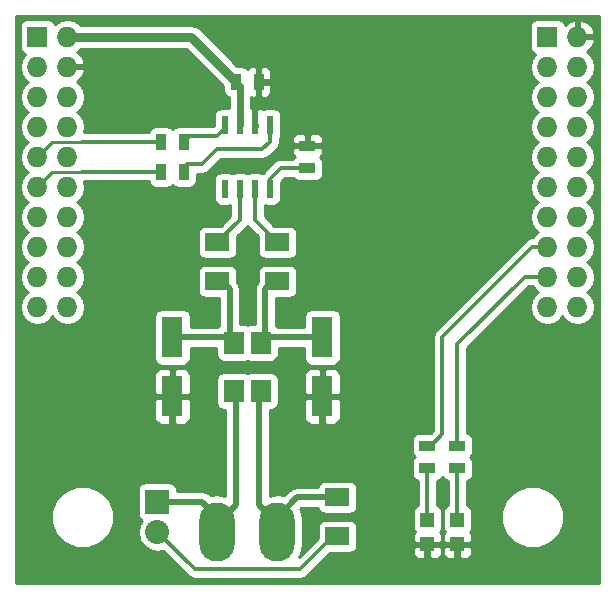
<source format=gbr>
G04 #@! TF.FileFunction,Copper,L1,Top,Signal*
%FSLAX46Y46*%
G04 Gerber Fmt 4.6, Leading zero omitted, Abs format (unit mm)*
G04 Created by KiCad (PCBNEW (2014-12-04 BZR 5312)-product) date 9.1.2015 14:21:54*
%MOMM*%
G01*
G04 APERTURE LIST*
%ADD10C,0.100000*%
%ADD11R,1.198880X1.198880*%
%ADD12R,1.800860X3.500120*%
%ADD13R,0.600000X1.550000*%
%ADD14R,2.032000X2.032000*%
%ADD15O,2.032000X2.032000*%
%ADD16R,1.727200X1.727200*%
%ADD17O,1.727200X1.727200*%
%ADD18R,1.700000X1.900000*%
%ADD19R,1.397000X0.889000*%
%ADD20R,0.889000X1.397000*%
%ADD21R,2.032000X1.524000*%
%ADD22O,2.999740X5.001260*%
%ADD23C,0.889000*%
%ADD24C,0.762000*%
%ADD25C,0.600000*%
%ADD26C,0.508000*%
%ADD27C,0.350000*%
%ADD28C,0.254000*%
G04 APERTURE END LIST*
D10*
D11*
X90170000Y-84040980D03*
X90170000Y-86139020D03*
D12*
X68580000Y-73619360D03*
X68580000Y-68620640D03*
X81280000Y-73619360D03*
X81280000Y-68620640D03*
D13*
X76835000Y-50640000D03*
X75565000Y-50640000D03*
X74295000Y-50640000D03*
X73025000Y-50640000D03*
X73025000Y-56040000D03*
X74295000Y-56040000D03*
X75565000Y-56040000D03*
X76835000Y-56040000D03*
D14*
X67310000Y-82550000D03*
D15*
X67310000Y-85090000D03*
D16*
X57150000Y-43180000D03*
D17*
X59690000Y-43180000D03*
X57150000Y-45720000D03*
X59690000Y-45720000D03*
X57150000Y-48260000D03*
X59690000Y-48260000D03*
X57150000Y-50800000D03*
X59690000Y-50800000D03*
X57150000Y-53340000D03*
X59690000Y-53340000D03*
X57150000Y-55880000D03*
X59690000Y-55880000D03*
X57150000Y-58420000D03*
X59690000Y-58420000D03*
X57150000Y-60960000D03*
X59690000Y-60960000D03*
X57150000Y-63500000D03*
X59690000Y-63500000D03*
X57150000Y-66040000D03*
X59690000Y-66040000D03*
D16*
X100330000Y-43180000D03*
D17*
X102870000Y-43180000D03*
X100330000Y-45720000D03*
X102870000Y-45720000D03*
X100330000Y-48260000D03*
X102870000Y-48260000D03*
X100330000Y-50800000D03*
X102870000Y-50800000D03*
X100330000Y-53340000D03*
X102870000Y-53340000D03*
X100330000Y-55880000D03*
X102870000Y-55880000D03*
X100330000Y-58420000D03*
X102870000Y-58420000D03*
X100330000Y-60960000D03*
X102870000Y-60960000D03*
X100330000Y-63500000D03*
X102870000Y-63500000D03*
X100330000Y-66040000D03*
X102870000Y-66040000D03*
D18*
X73780000Y-69070000D03*
X73780000Y-73170000D03*
X76080000Y-73170000D03*
X76080000Y-69070000D03*
D19*
X90170000Y-79692500D03*
X90170000Y-77787500D03*
D11*
X92710000Y-84040980D03*
X92710000Y-86139020D03*
D19*
X92710000Y-79692500D03*
X92710000Y-77787500D03*
D20*
X67627500Y-52070000D03*
X69532500Y-52070000D03*
X67627500Y-54610000D03*
X69532500Y-54610000D03*
D19*
X80010000Y-54292500D03*
X80010000Y-52387500D03*
D20*
X73977500Y-46990000D03*
X75882500Y-46990000D03*
D21*
X77470000Y-60579000D03*
X77470000Y-63881000D03*
X72390000Y-60579000D03*
X72390000Y-63881000D03*
X82550000Y-85471000D03*
X82550000Y-82169000D03*
D22*
X72390000Y-85090000D03*
X77470000Y-85090000D03*
D23*
X104140000Y-88900000D03*
X68580000Y-76835000D03*
X69850000Y-76835000D03*
X67310000Y-76835000D03*
X55880000Y-88900000D03*
X81280000Y-76835000D03*
X82550000Y-76835000D03*
X80010000Y-76835000D03*
X71120000Y-46990000D03*
X71120000Y-49530000D03*
X77470000Y-46355000D03*
X77470000Y-47625000D03*
D24*
X70167500Y-43180000D02*
X73977500Y-46990000D01*
X59690000Y-43180000D02*
X70167500Y-43180000D01*
D25*
X74295000Y-47307500D02*
X73977500Y-46990000D01*
X74295000Y-50640000D02*
X74295000Y-47307500D01*
X92710000Y-86139020D02*
X92710000Y-88900000D01*
X90170000Y-86139020D02*
X90170000Y-88900000D01*
X90170000Y-88900000D02*
X92710000Y-88900000D01*
X92710000Y-88900000D02*
X104140000Y-88900000D01*
X69850000Y-76835000D02*
X70485000Y-76835000D01*
X68580000Y-73619360D02*
X68580000Y-76835000D01*
X55880000Y-88900000D02*
X55880000Y-88265000D01*
X68580000Y-76835000D02*
X67310000Y-76835000D01*
X82550000Y-76835000D02*
X83185000Y-76835000D01*
X81280000Y-73619360D02*
X81280000Y-76835000D01*
X81280000Y-76835000D02*
X80010000Y-76835000D01*
X71120000Y-46990000D02*
X71120000Y-49530000D01*
X75882500Y-46990000D02*
X77470000Y-46990000D01*
X77470000Y-46990000D02*
X77470000Y-46355000D01*
X77470000Y-47625000D02*
X77470000Y-46990000D01*
D26*
X73430640Y-68620640D02*
X73930000Y-69120000D01*
X68580000Y-68620640D02*
X73430640Y-68620640D01*
X73430640Y-68620640D02*
X73930000Y-69120000D01*
X73430640Y-64540640D02*
X73430640Y-68620640D01*
X72771000Y-63881000D02*
X73430640Y-64540640D01*
X72390000Y-63881000D02*
X72771000Y-63881000D01*
X76429360Y-68620640D02*
X75930000Y-69120000D01*
X81280000Y-68620640D02*
X76429360Y-68620640D01*
X76429360Y-68620640D02*
X75930000Y-69120000D01*
X76429360Y-64540640D02*
X76429360Y-68620640D01*
X77089000Y-63881000D02*
X76429360Y-64540640D01*
X77470000Y-63881000D02*
X77089000Y-63881000D01*
D27*
X90170000Y-84040980D02*
X90170000Y-79692500D01*
X90170000Y-77787500D02*
X90487500Y-77787500D01*
X90487500Y-77787500D02*
X91440000Y-76835000D01*
X91440000Y-76835000D02*
X91440000Y-74295000D01*
X100330000Y-60960000D02*
X99060000Y-60960000D01*
X91440000Y-74295000D02*
X91440000Y-68580000D01*
X91440000Y-68580000D02*
X99060000Y-60960000D01*
X92710000Y-84040980D02*
X92710000Y-79692500D01*
X92710000Y-77787500D02*
X92710000Y-74295000D01*
X92710000Y-69215000D02*
X98425000Y-63500000D01*
X98425000Y-63500000D02*
X100330000Y-63500000D01*
X92710000Y-74295000D02*
X92710000Y-69215000D01*
X71120000Y-53975000D02*
X72390000Y-52705000D01*
X72390000Y-52705000D02*
X76200000Y-52705000D01*
X76200000Y-52705000D02*
X76835000Y-52070000D01*
X76835000Y-52070000D02*
X76835000Y-50640000D01*
X69850000Y-53975000D02*
X71120000Y-53975000D01*
X69532500Y-54610000D02*
X69850000Y-53975000D01*
X72390000Y-51562000D02*
X70040500Y-51562000D01*
X70040500Y-51562000D02*
X69532500Y-52070000D01*
X73025000Y-50927000D02*
X72390000Y-51562000D01*
X73025000Y-50640000D02*
X73025000Y-50927000D01*
X74295000Y-58674000D02*
X72390000Y-60579000D01*
X74295000Y-56040000D02*
X74295000Y-58674000D01*
X75565000Y-58674000D02*
X77470000Y-60579000D01*
X75565000Y-56040000D02*
X75565000Y-58674000D01*
X76835000Y-55245000D02*
X76835000Y-56040000D01*
X77787500Y-54292500D02*
X76835000Y-55245000D01*
X80010000Y-54292500D02*
X77787500Y-54292500D01*
D28*
X82550000Y-85471000D02*
X82169000Y-85471000D01*
D27*
X70485000Y-88265000D02*
X72390000Y-88265000D01*
X82169000Y-85471000D02*
X79375000Y-88265000D01*
X79375000Y-88265000D02*
X72390000Y-88265000D01*
X67310000Y-85090000D02*
X70485000Y-88265000D01*
D28*
X67310000Y-85090000D02*
X67310000Y-85090000D01*
X60960000Y-52070000D02*
X58420000Y-52070000D01*
X58420000Y-52070000D02*
X57150000Y-53340000D01*
D27*
X67627500Y-52070000D02*
X60960000Y-52070000D01*
D28*
X58420000Y-54610000D02*
X57150000Y-55880000D01*
X60960000Y-54610000D02*
X58420000Y-54610000D01*
D27*
X67627500Y-54610000D02*
X60960000Y-54610000D01*
D26*
X73930000Y-82838800D02*
X72948800Y-83820000D01*
X73930000Y-73120000D02*
X73930000Y-82838800D01*
X72948800Y-84378800D02*
X72948800Y-83820000D01*
X71120000Y-82550000D02*
X72948800Y-84378800D01*
X67310000Y-82550000D02*
X71120000Y-82550000D01*
X75930000Y-82838800D02*
X76911200Y-83820000D01*
X75930000Y-73120000D02*
X75930000Y-82838800D01*
X76911200Y-84378800D02*
X76911200Y-83820000D01*
X79121000Y-82169000D02*
X76911200Y-84378800D01*
X82550000Y-82169000D02*
X79121000Y-82169000D01*
D28*
G36*
X73360000Y-49224578D02*
X73325000Y-49217560D01*
X72725000Y-49217560D01*
X72482877Y-49264537D01*
X72270073Y-49404327D01*
X72127623Y-49615360D01*
X72077560Y-49865000D01*
X72077560Y-50728927D01*
X72054487Y-50752000D01*
X70116323Y-50752000D01*
X69977000Y-50724060D01*
X69088000Y-50724060D01*
X68845877Y-50771037D01*
X68633073Y-50910827D01*
X68580277Y-50989041D01*
X68532673Y-50916573D01*
X68321640Y-50774123D01*
X68072000Y-50724060D01*
X67183000Y-50724060D01*
X66940877Y-50771037D01*
X66728073Y-50910827D01*
X66585623Y-51121860D01*
X66557920Y-51260000D01*
X61102940Y-51260000D01*
X61188600Y-50829359D01*
X61188600Y-50770641D01*
X61074526Y-50197152D01*
X60749670Y-49710971D01*
X60478827Y-49530000D01*
X60749670Y-49349029D01*
X61074526Y-48862848D01*
X61188600Y-48289359D01*
X61188600Y-48230641D01*
X61074526Y-47657152D01*
X60749670Y-47170971D01*
X60478839Y-46990007D01*
X60896821Y-46608490D01*
X61144968Y-46079027D01*
X61024469Y-45847000D01*
X59817000Y-45847000D01*
X59817000Y-45867000D01*
X59563000Y-45867000D01*
X59563000Y-45847000D01*
X59543000Y-45847000D01*
X59543000Y-45593000D01*
X59563000Y-45593000D01*
X59563000Y-45573000D01*
X59817000Y-45573000D01*
X59817000Y-45593000D01*
X61024469Y-45593000D01*
X61144968Y-45360973D01*
X60896821Y-44831510D01*
X60478839Y-44449992D01*
X60749670Y-44269029D01*
X60798466Y-44196000D01*
X69746659Y-44196000D01*
X72885560Y-47334900D01*
X72885560Y-47688500D01*
X72932537Y-47930623D01*
X73072327Y-48143427D01*
X73283360Y-48285877D01*
X73360000Y-48301246D01*
X73360000Y-49224578D01*
X73360000Y-49224578D01*
G37*
X73360000Y-49224578D02*
X73325000Y-49217560D01*
X72725000Y-49217560D01*
X72482877Y-49264537D01*
X72270073Y-49404327D01*
X72127623Y-49615360D01*
X72077560Y-49865000D01*
X72077560Y-50728927D01*
X72054487Y-50752000D01*
X70116323Y-50752000D01*
X69977000Y-50724060D01*
X69088000Y-50724060D01*
X68845877Y-50771037D01*
X68633073Y-50910827D01*
X68580277Y-50989041D01*
X68532673Y-50916573D01*
X68321640Y-50774123D01*
X68072000Y-50724060D01*
X67183000Y-50724060D01*
X66940877Y-50771037D01*
X66728073Y-50910827D01*
X66585623Y-51121860D01*
X66557920Y-51260000D01*
X61102940Y-51260000D01*
X61188600Y-50829359D01*
X61188600Y-50770641D01*
X61074526Y-50197152D01*
X60749670Y-49710971D01*
X60478827Y-49530000D01*
X60749670Y-49349029D01*
X61074526Y-48862848D01*
X61188600Y-48289359D01*
X61188600Y-48230641D01*
X61074526Y-47657152D01*
X60749670Y-47170971D01*
X60478839Y-46990007D01*
X60896821Y-46608490D01*
X61144968Y-46079027D01*
X61024469Y-45847000D01*
X59817000Y-45847000D01*
X59817000Y-45867000D01*
X59563000Y-45867000D01*
X59563000Y-45847000D01*
X59543000Y-45847000D01*
X59543000Y-45593000D01*
X59563000Y-45593000D01*
X59563000Y-45573000D01*
X59817000Y-45573000D01*
X59817000Y-45593000D01*
X61024469Y-45593000D01*
X61144968Y-45360973D01*
X60896821Y-44831510D01*
X60478839Y-44449992D01*
X60749670Y-44269029D01*
X60798466Y-44196000D01*
X69746659Y-44196000D01*
X72885560Y-47334900D01*
X72885560Y-47688500D01*
X72932537Y-47930623D01*
X73072327Y-48143427D01*
X73283360Y-48285877D01*
X73360000Y-48301246D01*
X73360000Y-49224578D01*
G36*
X104675000Y-89435000D02*
X104368600Y-89435000D01*
X104368600Y-66069359D01*
X104368600Y-66010641D01*
X104254526Y-65437152D01*
X103929670Y-64950971D01*
X103658827Y-64770000D01*
X103929670Y-64589029D01*
X104254526Y-64102848D01*
X104368600Y-63529359D01*
X104368600Y-63470641D01*
X104254526Y-62897152D01*
X103929670Y-62410971D01*
X103658827Y-62230000D01*
X103929670Y-62049029D01*
X104254526Y-61562848D01*
X104368600Y-60989359D01*
X104368600Y-60930641D01*
X104254526Y-60357152D01*
X103929670Y-59870971D01*
X103658827Y-59690000D01*
X103929670Y-59509029D01*
X104254526Y-59022848D01*
X104368600Y-58449359D01*
X104368600Y-58390641D01*
X104254526Y-57817152D01*
X103929670Y-57330971D01*
X103658827Y-57150000D01*
X103929670Y-56969029D01*
X104254526Y-56482848D01*
X104368600Y-55909359D01*
X104368600Y-55850641D01*
X104254526Y-55277152D01*
X103929670Y-54790971D01*
X103658827Y-54610000D01*
X103929670Y-54429029D01*
X104254526Y-53942848D01*
X104368600Y-53369359D01*
X104368600Y-53310641D01*
X104254526Y-52737152D01*
X103929670Y-52250971D01*
X103658827Y-52070000D01*
X103929670Y-51889029D01*
X104254526Y-51402848D01*
X104368600Y-50829359D01*
X104368600Y-50770641D01*
X104254526Y-50197152D01*
X103929670Y-49710971D01*
X103658827Y-49530000D01*
X103929670Y-49349029D01*
X104254526Y-48862848D01*
X104368600Y-48289359D01*
X104368600Y-48230641D01*
X104254526Y-47657152D01*
X103929670Y-47170971D01*
X103658827Y-46990000D01*
X103929670Y-46809029D01*
X104254526Y-46322848D01*
X104368600Y-45749359D01*
X104368600Y-45690641D01*
X104254526Y-45117152D01*
X103929670Y-44630971D01*
X103658839Y-44450007D01*
X104076821Y-44068490D01*
X104324968Y-43539027D01*
X104324968Y-42820973D01*
X104076821Y-42291510D01*
X103644947Y-41897312D01*
X103229026Y-41725042D01*
X102997000Y-41846183D01*
X102997000Y-43053000D01*
X104204469Y-43053000D01*
X104324968Y-42820973D01*
X104324968Y-43539027D01*
X104204469Y-43307000D01*
X102997000Y-43307000D01*
X102997000Y-43327000D01*
X102743000Y-43327000D01*
X102743000Y-43307000D01*
X102723000Y-43307000D01*
X102723000Y-43053000D01*
X102743000Y-43053000D01*
X102743000Y-41846183D01*
X102510974Y-41725042D01*
X102095053Y-41897312D01*
X101810178Y-42157334D01*
X101794063Y-42074277D01*
X101654273Y-41861473D01*
X101443240Y-41719023D01*
X101193600Y-41668960D01*
X99466400Y-41668960D01*
X99224277Y-41715937D01*
X99011473Y-41855727D01*
X98869023Y-42066760D01*
X98818960Y-42316400D01*
X98818960Y-44043600D01*
X98865937Y-44285723D01*
X99005727Y-44498527D01*
X99216760Y-44640977D01*
X99258104Y-44649268D01*
X98945474Y-45117152D01*
X98831400Y-45690641D01*
X98831400Y-45749359D01*
X98945474Y-46322848D01*
X99270330Y-46809029D01*
X99541172Y-46990000D01*
X99270330Y-47170971D01*
X98945474Y-47657152D01*
X98831400Y-48230641D01*
X98831400Y-48289359D01*
X98945474Y-48862848D01*
X99270330Y-49349029D01*
X99541172Y-49530000D01*
X99270330Y-49710971D01*
X98945474Y-50197152D01*
X98831400Y-50770641D01*
X98831400Y-50829359D01*
X98945474Y-51402848D01*
X99270330Y-51889029D01*
X99541172Y-52070000D01*
X99270330Y-52250971D01*
X98945474Y-52737152D01*
X98831400Y-53310641D01*
X98831400Y-53369359D01*
X98945474Y-53942848D01*
X99270330Y-54429029D01*
X99541172Y-54610000D01*
X99270330Y-54790971D01*
X98945474Y-55277152D01*
X98831400Y-55850641D01*
X98831400Y-55909359D01*
X98945474Y-56482848D01*
X99270330Y-56969029D01*
X99541172Y-57150000D01*
X99270330Y-57330971D01*
X98945474Y-57817152D01*
X98831400Y-58390641D01*
X98831400Y-58449359D01*
X98945474Y-59022848D01*
X99270330Y-59509029D01*
X99541172Y-59690000D01*
X99270330Y-59870971D01*
X99083888Y-60150000D01*
X99060000Y-60150000D01*
X98750026Y-60211658D01*
X98618635Y-60299451D01*
X98487243Y-60387244D01*
X90867244Y-68007244D01*
X90691658Y-68270026D01*
X90630000Y-68580000D01*
X90630000Y-74295000D01*
X90630000Y-76499487D01*
X90433927Y-76695560D01*
X89471500Y-76695560D01*
X89229377Y-76742537D01*
X89016573Y-76882327D01*
X88874123Y-77093360D01*
X88824060Y-77343000D01*
X88824060Y-78232000D01*
X88871037Y-78474123D01*
X89010827Y-78686927D01*
X89089041Y-78739722D01*
X89016573Y-78787327D01*
X88874123Y-78998360D01*
X88824060Y-79248000D01*
X88824060Y-80137000D01*
X88871037Y-80379123D01*
X89010827Y-80591927D01*
X89221860Y-80734377D01*
X89360000Y-80762079D01*
X89360000Y-82834953D01*
X89328437Y-82841077D01*
X89115633Y-82980867D01*
X88973183Y-83191900D01*
X88923120Y-83441540D01*
X88923120Y-84640420D01*
X88970097Y-84882543D01*
X89109887Y-85095347D01*
X89113994Y-85098119D01*
X89032233Y-85179882D01*
X88935560Y-85413271D01*
X88935560Y-85853270D01*
X89094310Y-86012020D01*
X90043000Y-86012020D01*
X90043000Y-85992020D01*
X90297000Y-85992020D01*
X90297000Y-86012020D01*
X91245690Y-86012020D01*
X91404440Y-85853270D01*
X91404440Y-85413271D01*
X91307767Y-85179882D01*
X91226225Y-85098339D01*
X91366817Y-84890060D01*
X91416880Y-84640420D01*
X91416880Y-83441540D01*
X91369903Y-83199417D01*
X91230113Y-82986613D01*
X91019080Y-82844163D01*
X90980000Y-82836325D01*
X90980000Y-80762806D01*
X91110623Y-80737463D01*
X91323427Y-80597673D01*
X91440586Y-80424106D01*
X91550827Y-80591927D01*
X91761860Y-80734377D01*
X91900000Y-80762079D01*
X91900000Y-82834953D01*
X91868437Y-82841077D01*
X91655633Y-82980867D01*
X91513183Y-83191900D01*
X91463120Y-83441540D01*
X91463120Y-84640420D01*
X91510097Y-84882543D01*
X91649887Y-85095347D01*
X91653994Y-85098119D01*
X91572233Y-85179882D01*
X91475560Y-85413271D01*
X91475560Y-85853270D01*
X91634310Y-86012020D01*
X92583000Y-86012020D01*
X92583000Y-85992020D01*
X92837000Y-85992020D01*
X92837000Y-86012020D01*
X93785690Y-86012020D01*
X93944440Y-85853270D01*
X93944440Y-85413271D01*
X93847767Y-85179882D01*
X93766225Y-85098339D01*
X93906817Y-84890060D01*
X93956880Y-84640420D01*
X93956880Y-83441540D01*
X93909903Y-83199417D01*
X93770113Y-82986613D01*
X93559080Y-82844163D01*
X93520000Y-82836325D01*
X93520000Y-80762806D01*
X93650623Y-80737463D01*
X93863427Y-80597673D01*
X94005877Y-80386640D01*
X94055940Y-80137000D01*
X94055940Y-79248000D01*
X94008963Y-79005877D01*
X93869173Y-78793073D01*
X93790958Y-78740277D01*
X93863427Y-78692673D01*
X94005877Y-78481640D01*
X94055940Y-78232000D01*
X94055940Y-77343000D01*
X94008963Y-77100877D01*
X93869173Y-76888073D01*
X93658140Y-76745623D01*
X93520000Y-76717920D01*
X93520000Y-74295000D01*
X93520000Y-69550512D01*
X98760512Y-64310000D01*
X99083888Y-64310000D01*
X99270330Y-64589029D01*
X99541172Y-64770000D01*
X99270330Y-64950971D01*
X98945474Y-65437152D01*
X98831400Y-66010641D01*
X98831400Y-66069359D01*
X98945474Y-66642848D01*
X99270330Y-67129029D01*
X99756511Y-67453885D01*
X100330000Y-67567959D01*
X100903489Y-67453885D01*
X101389670Y-67129029D01*
X101600000Y-66814248D01*
X101810330Y-67129029D01*
X102296511Y-67453885D01*
X102870000Y-67567959D01*
X103443489Y-67453885D01*
X103929670Y-67129029D01*
X104254526Y-66642848D01*
X104368600Y-66069359D01*
X104368600Y-89435000D01*
X101695707Y-89435000D01*
X101695707Y-83298116D01*
X101295359Y-82329201D01*
X100554698Y-81587246D01*
X99586483Y-81185208D01*
X98538116Y-81184293D01*
X97569201Y-81584641D01*
X96827246Y-82325302D01*
X96425208Y-83293517D01*
X96424293Y-84341884D01*
X96824641Y-85310799D01*
X97565302Y-86052754D01*
X98533517Y-86454792D01*
X99581884Y-86455707D01*
X100550799Y-86055359D01*
X101292754Y-85314698D01*
X101694792Y-84346483D01*
X101695707Y-83298116D01*
X101695707Y-89435000D01*
X93944440Y-89435000D01*
X93944440Y-86864769D01*
X93944440Y-86424770D01*
X93785690Y-86266020D01*
X92837000Y-86266020D01*
X92837000Y-87214710D01*
X92995750Y-87373460D01*
X93183131Y-87373460D01*
X93435750Y-87373460D01*
X93669139Y-87276787D01*
X93847767Y-87098158D01*
X93944440Y-86864769D01*
X93944440Y-89435000D01*
X92583000Y-89435000D01*
X92583000Y-87214710D01*
X92583000Y-86266020D01*
X91634310Y-86266020D01*
X91475560Y-86424770D01*
X91475560Y-86864769D01*
X91572233Y-87098158D01*
X91750861Y-87276787D01*
X91984250Y-87373460D01*
X92236869Y-87373460D01*
X92424250Y-87373460D01*
X92583000Y-87214710D01*
X92583000Y-89435000D01*
X91404440Y-89435000D01*
X91404440Y-86864769D01*
X91404440Y-86424770D01*
X91245690Y-86266020D01*
X90297000Y-86266020D01*
X90297000Y-87214710D01*
X90455750Y-87373460D01*
X90643131Y-87373460D01*
X90895750Y-87373460D01*
X91129139Y-87276787D01*
X91307767Y-87098158D01*
X91404440Y-86864769D01*
X91404440Y-89435000D01*
X90043000Y-89435000D01*
X90043000Y-87214710D01*
X90043000Y-86266020D01*
X89094310Y-86266020D01*
X88935560Y-86424770D01*
X88935560Y-86864769D01*
X89032233Y-87098158D01*
X89210861Y-87276787D01*
X89444250Y-87373460D01*
X89696869Y-87373460D01*
X89884250Y-87373460D01*
X90043000Y-87214710D01*
X90043000Y-89435000D01*
X84213440Y-89435000D01*
X84213440Y-86233000D01*
X84213440Y-84709000D01*
X84166463Y-84466877D01*
X84026673Y-84254073D01*
X83815640Y-84111623D01*
X83566000Y-84061560D01*
X81534000Y-84061560D01*
X81291877Y-84108537D01*
X81079073Y-84248327D01*
X80936623Y-84459360D01*
X80886560Y-84709000D01*
X80886560Y-85607927D01*
X79275319Y-87219168D01*
X79442363Y-86969170D01*
X79604870Y-86152191D01*
X79604870Y-84027809D01*
X79442363Y-83210830D01*
X79399922Y-83147313D01*
X79489236Y-83058000D01*
X80911200Y-83058000D01*
X80933537Y-83173123D01*
X81073327Y-83385927D01*
X81284360Y-83528377D01*
X81534000Y-83578440D01*
X83566000Y-83578440D01*
X83808123Y-83531463D01*
X84020927Y-83391673D01*
X84163377Y-83180640D01*
X84213440Y-82931000D01*
X84213440Y-81407000D01*
X84166463Y-81164877D01*
X84026673Y-80952073D01*
X83815640Y-80809623D01*
X83566000Y-80759560D01*
X82827870Y-80759560D01*
X82827870Y-70370700D01*
X82827870Y-66870580D01*
X82780893Y-66628457D01*
X82641103Y-66415653D01*
X82430070Y-66273203D01*
X82180430Y-66223140D01*
X81355940Y-66223140D01*
X81355940Y-54737000D01*
X81355940Y-53848000D01*
X81308963Y-53605877D01*
X81169173Y-53393073D01*
X81095310Y-53343215D01*
X81246827Y-53191698D01*
X81343500Y-52958309D01*
X81343500Y-52673250D01*
X81343500Y-52101750D01*
X81343500Y-51816691D01*
X81246827Y-51583302D01*
X81068199Y-51404673D01*
X80834810Y-51308000D01*
X80582191Y-51308000D01*
X80295750Y-51308000D01*
X80137000Y-51466750D01*
X80137000Y-52260500D01*
X81184750Y-52260500D01*
X81343500Y-52101750D01*
X81343500Y-52673250D01*
X81184750Y-52514500D01*
X80137000Y-52514500D01*
X80137000Y-52534500D01*
X79883000Y-52534500D01*
X79883000Y-52514500D01*
X79883000Y-52260500D01*
X79883000Y-51466750D01*
X79724250Y-51308000D01*
X79437809Y-51308000D01*
X79185190Y-51308000D01*
X78951801Y-51404673D01*
X78773173Y-51583302D01*
X78676500Y-51816691D01*
X78676500Y-52101750D01*
X78835250Y-52260500D01*
X79883000Y-52260500D01*
X79883000Y-52514500D01*
X78835250Y-52514500D01*
X78676500Y-52673250D01*
X78676500Y-52958309D01*
X78773173Y-53191698D01*
X78924306Y-53342832D01*
X78856573Y-53387327D01*
X78792329Y-53482500D01*
X77787500Y-53482500D01*
X77782440Y-53483506D01*
X77782440Y-51415000D01*
X77782440Y-49865000D01*
X77735463Y-49622877D01*
X77595673Y-49410073D01*
X77384640Y-49267623D01*
X77135000Y-49217560D01*
X76962000Y-49217560D01*
X76962000Y-47814810D01*
X76962000Y-47562191D01*
X76962000Y-47275750D01*
X76962000Y-46704250D01*
X76962000Y-46417809D01*
X76962000Y-46165190D01*
X76865327Y-45931801D01*
X76686698Y-45753173D01*
X76453309Y-45656500D01*
X76168250Y-45656500D01*
X76009500Y-45815250D01*
X76009500Y-46863000D01*
X76803250Y-46863000D01*
X76962000Y-46704250D01*
X76962000Y-47275750D01*
X76803250Y-47117000D01*
X76009500Y-47117000D01*
X76009500Y-48164750D01*
X76168250Y-48323500D01*
X76453309Y-48323500D01*
X76686698Y-48226827D01*
X76865327Y-48048199D01*
X76962000Y-47814810D01*
X76962000Y-49217560D01*
X76535000Y-49217560D01*
X76292877Y-49264537D01*
X76208500Y-49319963D01*
X75991310Y-49230000D01*
X75850750Y-49230000D01*
X75692000Y-49388750D01*
X75692000Y-50513000D01*
X75712000Y-50513000D01*
X75712000Y-50767000D01*
X75692000Y-50767000D01*
X75692000Y-50787000D01*
X75438000Y-50787000D01*
X75438000Y-50767000D01*
X75418000Y-50767000D01*
X75418000Y-50513000D01*
X75438000Y-50513000D01*
X75438000Y-49388750D01*
X75279250Y-49230000D01*
X75230000Y-49230000D01*
X75230000Y-48289662D01*
X75311691Y-48323500D01*
X75596750Y-48323500D01*
X75755500Y-48164750D01*
X75755500Y-47117000D01*
X75735500Y-47117000D01*
X75735500Y-46863000D01*
X75755500Y-46863000D01*
X75755500Y-45815250D01*
X75596750Y-45656500D01*
X75311691Y-45656500D01*
X75078302Y-45753173D01*
X74927167Y-45904306D01*
X74882673Y-45836573D01*
X74671640Y-45694123D01*
X74422000Y-45644060D01*
X74068400Y-45644060D01*
X70885920Y-42461580D01*
X70556307Y-42241338D01*
X70491799Y-42228507D01*
X70167500Y-42164000D01*
X60798466Y-42164000D01*
X60749670Y-42090971D01*
X60263489Y-41766115D01*
X59690000Y-41652041D01*
X59116511Y-41766115D01*
X58630330Y-42090971D01*
X58620233Y-42106081D01*
X58614063Y-42074277D01*
X58474273Y-41861473D01*
X58263240Y-41719023D01*
X58013600Y-41668960D01*
X56286400Y-41668960D01*
X56044277Y-41715937D01*
X55831473Y-41855727D01*
X55689023Y-42066760D01*
X55638960Y-42316400D01*
X55638960Y-44043600D01*
X55685937Y-44285723D01*
X55825727Y-44498527D01*
X56036760Y-44640977D01*
X56078104Y-44649268D01*
X55765474Y-45117152D01*
X55651400Y-45690641D01*
X55651400Y-45749359D01*
X55765474Y-46322848D01*
X56090330Y-46809029D01*
X56361172Y-46990000D01*
X56090330Y-47170971D01*
X55765474Y-47657152D01*
X55651400Y-48230641D01*
X55651400Y-48289359D01*
X55765474Y-48862848D01*
X56090330Y-49349029D01*
X56361172Y-49530000D01*
X56090330Y-49710971D01*
X55765474Y-50197152D01*
X55651400Y-50770641D01*
X55651400Y-50829359D01*
X55765474Y-51402848D01*
X56090330Y-51889029D01*
X56361172Y-52070000D01*
X56090330Y-52250971D01*
X55765474Y-52737152D01*
X55651400Y-53310641D01*
X55651400Y-53369359D01*
X55765474Y-53942848D01*
X56090330Y-54429029D01*
X56361172Y-54610000D01*
X56090330Y-54790971D01*
X55765474Y-55277152D01*
X55651400Y-55850641D01*
X55651400Y-55909359D01*
X55765474Y-56482848D01*
X56090330Y-56969029D01*
X56361172Y-57150000D01*
X56090330Y-57330971D01*
X55765474Y-57817152D01*
X55651400Y-58390641D01*
X55651400Y-58449359D01*
X55765474Y-59022848D01*
X56090330Y-59509029D01*
X56361172Y-59690000D01*
X56090330Y-59870971D01*
X55765474Y-60357152D01*
X55651400Y-60930641D01*
X55651400Y-60989359D01*
X55765474Y-61562848D01*
X56090330Y-62049029D01*
X56361172Y-62230000D01*
X56090330Y-62410971D01*
X55765474Y-62897152D01*
X55651400Y-63470641D01*
X55651400Y-63529359D01*
X55765474Y-64102848D01*
X56090330Y-64589029D01*
X56361172Y-64770000D01*
X56090330Y-64950971D01*
X55765474Y-65437152D01*
X55651400Y-66010641D01*
X55651400Y-66069359D01*
X55765474Y-66642848D01*
X56090330Y-67129029D01*
X56576511Y-67453885D01*
X57150000Y-67567959D01*
X57723489Y-67453885D01*
X58209670Y-67129029D01*
X58420000Y-66814248D01*
X58630330Y-67129029D01*
X59116511Y-67453885D01*
X59690000Y-67567959D01*
X60263489Y-67453885D01*
X60749670Y-67129029D01*
X61074526Y-66642848D01*
X61188600Y-66069359D01*
X61188600Y-66010641D01*
X61074526Y-65437152D01*
X60749670Y-64950971D01*
X60478827Y-64770000D01*
X60749670Y-64589029D01*
X61074526Y-64102848D01*
X61188600Y-63529359D01*
X61188600Y-63470641D01*
X61074526Y-62897152D01*
X60749670Y-62410971D01*
X60478827Y-62230000D01*
X60749670Y-62049029D01*
X61074526Y-61562848D01*
X61188600Y-60989359D01*
X61188600Y-60930641D01*
X61074526Y-60357152D01*
X60749670Y-59870971D01*
X60478827Y-59690000D01*
X60749670Y-59509029D01*
X61074526Y-59022848D01*
X61188600Y-58449359D01*
X61188600Y-58390641D01*
X61074526Y-57817152D01*
X60749670Y-57330971D01*
X60478827Y-57150000D01*
X60749670Y-56969029D01*
X61074526Y-56482848D01*
X61188600Y-55909359D01*
X61188600Y-55850641D01*
X61102940Y-55420000D01*
X66557193Y-55420000D01*
X66582537Y-55550623D01*
X66722327Y-55763427D01*
X66933360Y-55905877D01*
X67183000Y-55955940D01*
X68072000Y-55955940D01*
X68314123Y-55908963D01*
X68526927Y-55769173D01*
X68579722Y-55690958D01*
X68627327Y-55763427D01*
X68838360Y-55905877D01*
X69088000Y-55955940D01*
X69977000Y-55955940D01*
X70219123Y-55908963D01*
X70431927Y-55769173D01*
X70574377Y-55558140D01*
X70624440Y-55308500D01*
X70624440Y-54785000D01*
X71120000Y-54785000D01*
X71120000Y-54784999D01*
X71429973Y-54723342D01*
X71429974Y-54723342D01*
X71692756Y-54547756D01*
X72725512Y-53515000D01*
X76200000Y-53515000D01*
X76200000Y-53514999D01*
X76509973Y-53453342D01*
X76509974Y-53453342D01*
X76772756Y-53277756D01*
X77407756Y-52642756D01*
X77407757Y-52642756D01*
X77583342Y-52379974D01*
X77583343Y-52379973D01*
X77645000Y-52070000D01*
X77645000Y-51794084D01*
X77732377Y-51664640D01*
X77782440Y-51415000D01*
X77782440Y-53483506D01*
X77477526Y-53544158D01*
X77346135Y-53631951D01*
X77214743Y-53719744D01*
X76262244Y-54672244D01*
X76247458Y-54694372D01*
X76200229Y-54725396D01*
X76114640Y-54667623D01*
X75865000Y-54617560D01*
X75265000Y-54617560D01*
X75022877Y-54664537D01*
X74930229Y-54725396D01*
X74844640Y-54667623D01*
X74595000Y-54617560D01*
X73995000Y-54617560D01*
X73752877Y-54664537D01*
X73660229Y-54725396D01*
X73574640Y-54667623D01*
X73325000Y-54617560D01*
X72725000Y-54617560D01*
X72482877Y-54664537D01*
X72270073Y-54804327D01*
X72127623Y-55015360D01*
X72077560Y-55265000D01*
X72077560Y-56815000D01*
X72124537Y-57057123D01*
X72264327Y-57269927D01*
X72475360Y-57412377D01*
X72725000Y-57462440D01*
X73325000Y-57462440D01*
X73485000Y-57431396D01*
X73485000Y-58338487D01*
X72653927Y-59169560D01*
X71374000Y-59169560D01*
X71131877Y-59216537D01*
X70919073Y-59356327D01*
X70776623Y-59567360D01*
X70726560Y-59817000D01*
X70726560Y-61341000D01*
X70773537Y-61583123D01*
X70913327Y-61795927D01*
X71124360Y-61938377D01*
X71374000Y-61988440D01*
X73406000Y-61988440D01*
X73648123Y-61941463D01*
X73860927Y-61801673D01*
X74003377Y-61590640D01*
X74053440Y-61341000D01*
X74053440Y-60061072D01*
X74867756Y-59246756D01*
X74867757Y-59246756D01*
X74930000Y-59153602D01*
X74992244Y-59246756D01*
X75806560Y-60061072D01*
X75806560Y-61341000D01*
X75853537Y-61583123D01*
X75993327Y-61795927D01*
X76204360Y-61938377D01*
X76454000Y-61988440D01*
X78486000Y-61988440D01*
X78728123Y-61941463D01*
X78940927Y-61801673D01*
X79083377Y-61590640D01*
X79133440Y-61341000D01*
X79133440Y-59817000D01*
X79086463Y-59574877D01*
X78946673Y-59362073D01*
X78735640Y-59219623D01*
X78486000Y-59169560D01*
X77206072Y-59169560D01*
X76375000Y-58338487D01*
X76375000Y-57430353D01*
X76535000Y-57462440D01*
X77135000Y-57462440D01*
X77377123Y-57415463D01*
X77589927Y-57275673D01*
X77732377Y-57064640D01*
X77782440Y-56815000D01*
X77782440Y-55443072D01*
X78123012Y-55102500D01*
X78792082Y-55102500D01*
X78850827Y-55191927D01*
X79061860Y-55334377D01*
X79311500Y-55384440D01*
X80708500Y-55384440D01*
X80950623Y-55337463D01*
X81163427Y-55197673D01*
X81305877Y-54986640D01*
X81355940Y-54737000D01*
X81355940Y-66223140D01*
X80379570Y-66223140D01*
X80137447Y-66270117D01*
X79924643Y-66409907D01*
X79782193Y-66620940D01*
X79732130Y-66870580D01*
X79732130Y-67731640D01*
X77434400Y-67731640D01*
X77390673Y-67665073D01*
X77318360Y-67616260D01*
X77318360Y-65290440D01*
X78486000Y-65290440D01*
X78728123Y-65243463D01*
X78940927Y-65103673D01*
X79083377Y-64892640D01*
X79133440Y-64643000D01*
X79133440Y-63119000D01*
X79086463Y-62876877D01*
X78946673Y-62664073D01*
X78735640Y-62521623D01*
X78486000Y-62471560D01*
X76454000Y-62471560D01*
X76211877Y-62518537D01*
X75999073Y-62658327D01*
X75856623Y-62869360D01*
X75806560Y-63119000D01*
X75806560Y-63906204D01*
X75800742Y-63912022D01*
X75608031Y-64200434D01*
X75540360Y-64540640D01*
X75540360Y-67472560D01*
X75230000Y-67472560D01*
X74987877Y-67519537D01*
X74930705Y-67557092D01*
X74879640Y-67522623D01*
X74630000Y-67472560D01*
X74319640Y-67472560D01*
X74319640Y-64540640D01*
X74251969Y-64200435D01*
X74251969Y-64200434D01*
X74059258Y-63912022D01*
X74053440Y-63906204D01*
X74053440Y-63119000D01*
X74006463Y-62876877D01*
X73866673Y-62664073D01*
X73655640Y-62521623D01*
X73406000Y-62471560D01*
X71374000Y-62471560D01*
X71131877Y-62518537D01*
X70919073Y-62658327D01*
X70776623Y-62869360D01*
X70726560Y-63119000D01*
X70726560Y-64643000D01*
X70773537Y-64885123D01*
X70913327Y-65097927D01*
X71124360Y-65240377D01*
X71374000Y-65290440D01*
X72541640Y-65290440D01*
X72541640Y-67615599D01*
X72475073Y-67659327D01*
X72426260Y-67731640D01*
X70127870Y-67731640D01*
X70127870Y-66870580D01*
X70080893Y-66628457D01*
X69941103Y-66415653D01*
X69730070Y-66273203D01*
X69480430Y-66223140D01*
X67679570Y-66223140D01*
X67437447Y-66270117D01*
X67224643Y-66409907D01*
X67082193Y-66620940D01*
X67032130Y-66870580D01*
X67032130Y-70370700D01*
X67079107Y-70612823D01*
X67218897Y-70825627D01*
X67429930Y-70968077D01*
X67679570Y-71018140D01*
X69480430Y-71018140D01*
X69722553Y-70971163D01*
X69935357Y-70831373D01*
X70077807Y-70620340D01*
X70127870Y-70370700D01*
X70127870Y-69509640D01*
X72282560Y-69509640D01*
X72282560Y-70020000D01*
X72329537Y-70262123D01*
X72469327Y-70474927D01*
X72680360Y-70617377D01*
X72930000Y-70667440D01*
X74630000Y-70667440D01*
X74872123Y-70620463D01*
X74929294Y-70582907D01*
X74980360Y-70617377D01*
X75230000Y-70667440D01*
X76930000Y-70667440D01*
X77172123Y-70620463D01*
X77384927Y-70480673D01*
X77527377Y-70269640D01*
X77577440Y-70020000D01*
X77577440Y-69509640D01*
X79732130Y-69509640D01*
X79732130Y-70370700D01*
X79779107Y-70612823D01*
X79918897Y-70825627D01*
X80129930Y-70968077D01*
X80379570Y-71018140D01*
X82180430Y-71018140D01*
X82422553Y-70971163D01*
X82635357Y-70831373D01*
X82777807Y-70620340D01*
X82827870Y-70370700D01*
X82827870Y-80759560D01*
X82815430Y-80759560D01*
X82815430Y-75495729D01*
X82815430Y-73905110D01*
X82815430Y-73333610D01*
X82815430Y-71742991D01*
X82718757Y-71509602D01*
X82540129Y-71330973D01*
X82306740Y-71234300D01*
X82054121Y-71234300D01*
X81565750Y-71234300D01*
X81407000Y-71393050D01*
X81407000Y-73492360D01*
X82656680Y-73492360D01*
X82815430Y-73333610D01*
X82815430Y-73905110D01*
X82656680Y-73746360D01*
X81407000Y-73746360D01*
X81407000Y-75845670D01*
X81565750Y-76004420D01*
X82054121Y-76004420D01*
X82306740Y-76004420D01*
X82540129Y-75907747D01*
X82718757Y-75729118D01*
X82815430Y-75495729D01*
X82815430Y-80759560D01*
X81534000Y-80759560D01*
X81291877Y-80806537D01*
X81153000Y-80897764D01*
X81153000Y-75845670D01*
X81153000Y-73746360D01*
X81153000Y-73492360D01*
X81153000Y-71393050D01*
X80994250Y-71234300D01*
X80505879Y-71234300D01*
X80253260Y-71234300D01*
X80019871Y-71330973D01*
X79841243Y-71509602D01*
X79744570Y-71742991D01*
X79744570Y-73333610D01*
X79903320Y-73492360D01*
X81153000Y-73492360D01*
X81153000Y-73746360D01*
X79903320Y-73746360D01*
X79744570Y-73905110D01*
X79744570Y-75495729D01*
X79841243Y-75729118D01*
X80019871Y-75907747D01*
X80253260Y-76004420D01*
X80505879Y-76004420D01*
X80994250Y-76004420D01*
X81153000Y-75845670D01*
X81153000Y-80897764D01*
X81079073Y-80946327D01*
X80936623Y-81157360D01*
X80912028Y-81280000D01*
X79121000Y-81280000D01*
X78780794Y-81347671D01*
X78492382Y-81540382D01*
X78028694Y-82004069D01*
X77470000Y-81892939D01*
X76819000Y-82022430D01*
X76819000Y-74767440D01*
X76930000Y-74767440D01*
X77172123Y-74720463D01*
X77384927Y-74580673D01*
X77527377Y-74369640D01*
X77577440Y-74120000D01*
X77577440Y-72220000D01*
X77530463Y-71977877D01*
X77390673Y-71765073D01*
X77179640Y-71622623D01*
X76930000Y-71572560D01*
X75230000Y-71572560D01*
X74987877Y-71619537D01*
X74930705Y-71657092D01*
X74879640Y-71622623D01*
X74630000Y-71572560D01*
X72930000Y-71572560D01*
X72687877Y-71619537D01*
X72475073Y-71759327D01*
X72332623Y-71970360D01*
X72282560Y-72220000D01*
X72282560Y-74120000D01*
X72329537Y-74362123D01*
X72469327Y-74574927D01*
X72680360Y-74717377D01*
X72930000Y-74767440D01*
X73041000Y-74767440D01*
X73041000Y-82022430D01*
X72390000Y-81892939D01*
X71831305Y-82004069D01*
X71748618Y-81921382D01*
X71460206Y-81728671D01*
X71120000Y-81661000D01*
X70115430Y-81661000D01*
X70115430Y-75495729D01*
X70115430Y-73905110D01*
X70115430Y-73333610D01*
X70115430Y-71742991D01*
X70018757Y-71509602D01*
X69840129Y-71330973D01*
X69606740Y-71234300D01*
X69354121Y-71234300D01*
X68865750Y-71234300D01*
X68707000Y-71393050D01*
X68707000Y-73492360D01*
X69956680Y-73492360D01*
X70115430Y-73333610D01*
X70115430Y-73905110D01*
X69956680Y-73746360D01*
X68707000Y-73746360D01*
X68707000Y-75845670D01*
X68865750Y-76004420D01*
X69354121Y-76004420D01*
X69606740Y-76004420D01*
X69840129Y-75907747D01*
X70018757Y-75729118D01*
X70115430Y-75495729D01*
X70115430Y-81661000D01*
X68973440Y-81661000D01*
X68973440Y-81534000D01*
X68926463Y-81291877D01*
X68786673Y-81079073D01*
X68575640Y-80936623D01*
X68453000Y-80912028D01*
X68453000Y-75845670D01*
X68453000Y-73746360D01*
X68453000Y-73492360D01*
X68453000Y-71393050D01*
X68294250Y-71234300D01*
X67805879Y-71234300D01*
X67553260Y-71234300D01*
X67319871Y-71330973D01*
X67141243Y-71509602D01*
X67044570Y-71742991D01*
X67044570Y-73333610D01*
X67203320Y-73492360D01*
X68453000Y-73492360D01*
X68453000Y-73746360D01*
X67203320Y-73746360D01*
X67044570Y-73905110D01*
X67044570Y-75495729D01*
X67141243Y-75729118D01*
X67319871Y-75907747D01*
X67553260Y-76004420D01*
X67805879Y-76004420D01*
X68294250Y-76004420D01*
X68453000Y-75845670D01*
X68453000Y-80912028D01*
X68326000Y-80886560D01*
X66294000Y-80886560D01*
X66051877Y-80933537D01*
X65839073Y-81073327D01*
X65696623Y-81284360D01*
X65646560Y-81534000D01*
X65646560Y-83566000D01*
X65693537Y-83808123D01*
X65833327Y-84020927D01*
X65986256Y-84124156D01*
X65784675Y-84425845D01*
X65659000Y-85057655D01*
X65659000Y-85122345D01*
X65784675Y-85754155D01*
X66142567Y-86289778D01*
X66678190Y-86647670D01*
X67310000Y-86773345D01*
X67758600Y-86684112D01*
X69912243Y-88837756D01*
X69912244Y-88837756D01*
X70043635Y-88925549D01*
X70175026Y-89013342D01*
X70175027Y-89013342D01*
X70485000Y-89075000D01*
X72390000Y-89075000D01*
X79375000Y-89075000D01*
X79375000Y-89074999D01*
X79684973Y-89013342D01*
X79684974Y-89013342D01*
X79947756Y-88837756D01*
X81905072Y-86880440D01*
X83566000Y-86880440D01*
X83808123Y-86833463D01*
X84020927Y-86693673D01*
X84163377Y-86482640D01*
X84213440Y-86233000D01*
X84213440Y-89435000D01*
X63595707Y-89435000D01*
X63595707Y-83298116D01*
X63195359Y-82329201D01*
X62454698Y-81587246D01*
X61486483Y-81185208D01*
X60438116Y-81184293D01*
X59469201Y-81584641D01*
X58727246Y-82325302D01*
X58325208Y-83293517D01*
X58324293Y-84341884D01*
X58724641Y-85310799D01*
X59465302Y-86052754D01*
X60433517Y-86454792D01*
X61481884Y-86455707D01*
X62450799Y-86055359D01*
X63192754Y-85314698D01*
X63594792Y-84346483D01*
X63595707Y-83298116D01*
X63595707Y-89435000D01*
X55345000Y-89435000D01*
X55345000Y-41375000D01*
X104675000Y-41375000D01*
X104675000Y-89435000D01*
X104675000Y-89435000D01*
G37*
X104675000Y-89435000D02*
X104368600Y-89435000D01*
X104368600Y-66069359D01*
X104368600Y-66010641D01*
X104254526Y-65437152D01*
X103929670Y-64950971D01*
X103658827Y-64770000D01*
X103929670Y-64589029D01*
X104254526Y-64102848D01*
X104368600Y-63529359D01*
X104368600Y-63470641D01*
X104254526Y-62897152D01*
X103929670Y-62410971D01*
X103658827Y-62230000D01*
X103929670Y-62049029D01*
X104254526Y-61562848D01*
X104368600Y-60989359D01*
X104368600Y-60930641D01*
X104254526Y-60357152D01*
X103929670Y-59870971D01*
X103658827Y-59690000D01*
X103929670Y-59509029D01*
X104254526Y-59022848D01*
X104368600Y-58449359D01*
X104368600Y-58390641D01*
X104254526Y-57817152D01*
X103929670Y-57330971D01*
X103658827Y-57150000D01*
X103929670Y-56969029D01*
X104254526Y-56482848D01*
X104368600Y-55909359D01*
X104368600Y-55850641D01*
X104254526Y-55277152D01*
X103929670Y-54790971D01*
X103658827Y-54610000D01*
X103929670Y-54429029D01*
X104254526Y-53942848D01*
X104368600Y-53369359D01*
X104368600Y-53310641D01*
X104254526Y-52737152D01*
X103929670Y-52250971D01*
X103658827Y-52070000D01*
X103929670Y-51889029D01*
X104254526Y-51402848D01*
X104368600Y-50829359D01*
X104368600Y-50770641D01*
X104254526Y-50197152D01*
X103929670Y-49710971D01*
X103658827Y-49530000D01*
X103929670Y-49349029D01*
X104254526Y-48862848D01*
X104368600Y-48289359D01*
X104368600Y-48230641D01*
X104254526Y-47657152D01*
X103929670Y-47170971D01*
X103658827Y-46990000D01*
X103929670Y-46809029D01*
X104254526Y-46322848D01*
X104368600Y-45749359D01*
X104368600Y-45690641D01*
X104254526Y-45117152D01*
X103929670Y-44630971D01*
X103658839Y-44450007D01*
X104076821Y-44068490D01*
X104324968Y-43539027D01*
X104324968Y-42820973D01*
X104076821Y-42291510D01*
X103644947Y-41897312D01*
X103229026Y-41725042D01*
X102997000Y-41846183D01*
X102997000Y-43053000D01*
X104204469Y-43053000D01*
X104324968Y-42820973D01*
X104324968Y-43539027D01*
X104204469Y-43307000D01*
X102997000Y-43307000D01*
X102997000Y-43327000D01*
X102743000Y-43327000D01*
X102743000Y-43307000D01*
X102723000Y-43307000D01*
X102723000Y-43053000D01*
X102743000Y-43053000D01*
X102743000Y-41846183D01*
X102510974Y-41725042D01*
X102095053Y-41897312D01*
X101810178Y-42157334D01*
X101794063Y-42074277D01*
X101654273Y-41861473D01*
X101443240Y-41719023D01*
X101193600Y-41668960D01*
X99466400Y-41668960D01*
X99224277Y-41715937D01*
X99011473Y-41855727D01*
X98869023Y-42066760D01*
X98818960Y-42316400D01*
X98818960Y-44043600D01*
X98865937Y-44285723D01*
X99005727Y-44498527D01*
X99216760Y-44640977D01*
X99258104Y-44649268D01*
X98945474Y-45117152D01*
X98831400Y-45690641D01*
X98831400Y-45749359D01*
X98945474Y-46322848D01*
X99270330Y-46809029D01*
X99541172Y-46990000D01*
X99270330Y-47170971D01*
X98945474Y-47657152D01*
X98831400Y-48230641D01*
X98831400Y-48289359D01*
X98945474Y-48862848D01*
X99270330Y-49349029D01*
X99541172Y-49530000D01*
X99270330Y-49710971D01*
X98945474Y-50197152D01*
X98831400Y-50770641D01*
X98831400Y-50829359D01*
X98945474Y-51402848D01*
X99270330Y-51889029D01*
X99541172Y-52070000D01*
X99270330Y-52250971D01*
X98945474Y-52737152D01*
X98831400Y-53310641D01*
X98831400Y-53369359D01*
X98945474Y-53942848D01*
X99270330Y-54429029D01*
X99541172Y-54610000D01*
X99270330Y-54790971D01*
X98945474Y-55277152D01*
X98831400Y-55850641D01*
X98831400Y-55909359D01*
X98945474Y-56482848D01*
X99270330Y-56969029D01*
X99541172Y-57150000D01*
X99270330Y-57330971D01*
X98945474Y-57817152D01*
X98831400Y-58390641D01*
X98831400Y-58449359D01*
X98945474Y-59022848D01*
X99270330Y-59509029D01*
X99541172Y-59690000D01*
X99270330Y-59870971D01*
X99083888Y-60150000D01*
X99060000Y-60150000D01*
X98750026Y-60211658D01*
X98618635Y-60299451D01*
X98487243Y-60387244D01*
X90867244Y-68007244D01*
X90691658Y-68270026D01*
X90630000Y-68580000D01*
X90630000Y-74295000D01*
X90630000Y-76499487D01*
X90433927Y-76695560D01*
X89471500Y-76695560D01*
X89229377Y-76742537D01*
X89016573Y-76882327D01*
X88874123Y-77093360D01*
X88824060Y-77343000D01*
X88824060Y-78232000D01*
X88871037Y-78474123D01*
X89010827Y-78686927D01*
X89089041Y-78739722D01*
X89016573Y-78787327D01*
X88874123Y-78998360D01*
X88824060Y-79248000D01*
X88824060Y-80137000D01*
X88871037Y-80379123D01*
X89010827Y-80591927D01*
X89221860Y-80734377D01*
X89360000Y-80762079D01*
X89360000Y-82834953D01*
X89328437Y-82841077D01*
X89115633Y-82980867D01*
X88973183Y-83191900D01*
X88923120Y-83441540D01*
X88923120Y-84640420D01*
X88970097Y-84882543D01*
X89109887Y-85095347D01*
X89113994Y-85098119D01*
X89032233Y-85179882D01*
X88935560Y-85413271D01*
X88935560Y-85853270D01*
X89094310Y-86012020D01*
X90043000Y-86012020D01*
X90043000Y-85992020D01*
X90297000Y-85992020D01*
X90297000Y-86012020D01*
X91245690Y-86012020D01*
X91404440Y-85853270D01*
X91404440Y-85413271D01*
X91307767Y-85179882D01*
X91226225Y-85098339D01*
X91366817Y-84890060D01*
X91416880Y-84640420D01*
X91416880Y-83441540D01*
X91369903Y-83199417D01*
X91230113Y-82986613D01*
X91019080Y-82844163D01*
X90980000Y-82836325D01*
X90980000Y-80762806D01*
X91110623Y-80737463D01*
X91323427Y-80597673D01*
X91440586Y-80424106D01*
X91550827Y-80591927D01*
X91761860Y-80734377D01*
X91900000Y-80762079D01*
X91900000Y-82834953D01*
X91868437Y-82841077D01*
X91655633Y-82980867D01*
X91513183Y-83191900D01*
X91463120Y-83441540D01*
X91463120Y-84640420D01*
X91510097Y-84882543D01*
X91649887Y-85095347D01*
X91653994Y-85098119D01*
X91572233Y-85179882D01*
X91475560Y-85413271D01*
X91475560Y-85853270D01*
X91634310Y-86012020D01*
X92583000Y-86012020D01*
X92583000Y-85992020D01*
X92837000Y-85992020D01*
X92837000Y-86012020D01*
X93785690Y-86012020D01*
X93944440Y-85853270D01*
X93944440Y-85413271D01*
X93847767Y-85179882D01*
X93766225Y-85098339D01*
X93906817Y-84890060D01*
X93956880Y-84640420D01*
X93956880Y-83441540D01*
X93909903Y-83199417D01*
X93770113Y-82986613D01*
X93559080Y-82844163D01*
X93520000Y-82836325D01*
X93520000Y-80762806D01*
X93650623Y-80737463D01*
X93863427Y-80597673D01*
X94005877Y-80386640D01*
X94055940Y-80137000D01*
X94055940Y-79248000D01*
X94008963Y-79005877D01*
X93869173Y-78793073D01*
X93790958Y-78740277D01*
X93863427Y-78692673D01*
X94005877Y-78481640D01*
X94055940Y-78232000D01*
X94055940Y-77343000D01*
X94008963Y-77100877D01*
X93869173Y-76888073D01*
X93658140Y-76745623D01*
X93520000Y-76717920D01*
X93520000Y-74295000D01*
X93520000Y-69550512D01*
X98760512Y-64310000D01*
X99083888Y-64310000D01*
X99270330Y-64589029D01*
X99541172Y-64770000D01*
X99270330Y-64950971D01*
X98945474Y-65437152D01*
X98831400Y-66010641D01*
X98831400Y-66069359D01*
X98945474Y-66642848D01*
X99270330Y-67129029D01*
X99756511Y-67453885D01*
X100330000Y-67567959D01*
X100903489Y-67453885D01*
X101389670Y-67129029D01*
X101600000Y-66814248D01*
X101810330Y-67129029D01*
X102296511Y-67453885D01*
X102870000Y-67567959D01*
X103443489Y-67453885D01*
X103929670Y-67129029D01*
X104254526Y-66642848D01*
X104368600Y-66069359D01*
X104368600Y-89435000D01*
X101695707Y-89435000D01*
X101695707Y-83298116D01*
X101295359Y-82329201D01*
X100554698Y-81587246D01*
X99586483Y-81185208D01*
X98538116Y-81184293D01*
X97569201Y-81584641D01*
X96827246Y-82325302D01*
X96425208Y-83293517D01*
X96424293Y-84341884D01*
X96824641Y-85310799D01*
X97565302Y-86052754D01*
X98533517Y-86454792D01*
X99581884Y-86455707D01*
X100550799Y-86055359D01*
X101292754Y-85314698D01*
X101694792Y-84346483D01*
X101695707Y-83298116D01*
X101695707Y-89435000D01*
X93944440Y-89435000D01*
X93944440Y-86864769D01*
X93944440Y-86424770D01*
X93785690Y-86266020D01*
X92837000Y-86266020D01*
X92837000Y-87214710D01*
X92995750Y-87373460D01*
X93183131Y-87373460D01*
X93435750Y-87373460D01*
X93669139Y-87276787D01*
X93847767Y-87098158D01*
X93944440Y-86864769D01*
X93944440Y-89435000D01*
X92583000Y-89435000D01*
X92583000Y-87214710D01*
X92583000Y-86266020D01*
X91634310Y-86266020D01*
X91475560Y-86424770D01*
X91475560Y-86864769D01*
X91572233Y-87098158D01*
X91750861Y-87276787D01*
X91984250Y-87373460D01*
X92236869Y-87373460D01*
X92424250Y-87373460D01*
X92583000Y-87214710D01*
X92583000Y-89435000D01*
X91404440Y-89435000D01*
X91404440Y-86864769D01*
X91404440Y-86424770D01*
X91245690Y-86266020D01*
X90297000Y-86266020D01*
X90297000Y-87214710D01*
X90455750Y-87373460D01*
X90643131Y-87373460D01*
X90895750Y-87373460D01*
X91129139Y-87276787D01*
X91307767Y-87098158D01*
X91404440Y-86864769D01*
X91404440Y-89435000D01*
X90043000Y-89435000D01*
X90043000Y-87214710D01*
X90043000Y-86266020D01*
X89094310Y-86266020D01*
X88935560Y-86424770D01*
X88935560Y-86864769D01*
X89032233Y-87098158D01*
X89210861Y-87276787D01*
X89444250Y-87373460D01*
X89696869Y-87373460D01*
X89884250Y-87373460D01*
X90043000Y-87214710D01*
X90043000Y-89435000D01*
X84213440Y-89435000D01*
X84213440Y-86233000D01*
X84213440Y-84709000D01*
X84166463Y-84466877D01*
X84026673Y-84254073D01*
X83815640Y-84111623D01*
X83566000Y-84061560D01*
X81534000Y-84061560D01*
X81291877Y-84108537D01*
X81079073Y-84248327D01*
X80936623Y-84459360D01*
X80886560Y-84709000D01*
X80886560Y-85607927D01*
X79275319Y-87219168D01*
X79442363Y-86969170D01*
X79604870Y-86152191D01*
X79604870Y-84027809D01*
X79442363Y-83210830D01*
X79399922Y-83147313D01*
X79489236Y-83058000D01*
X80911200Y-83058000D01*
X80933537Y-83173123D01*
X81073327Y-83385927D01*
X81284360Y-83528377D01*
X81534000Y-83578440D01*
X83566000Y-83578440D01*
X83808123Y-83531463D01*
X84020927Y-83391673D01*
X84163377Y-83180640D01*
X84213440Y-82931000D01*
X84213440Y-81407000D01*
X84166463Y-81164877D01*
X84026673Y-80952073D01*
X83815640Y-80809623D01*
X83566000Y-80759560D01*
X82827870Y-80759560D01*
X82827870Y-70370700D01*
X82827870Y-66870580D01*
X82780893Y-66628457D01*
X82641103Y-66415653D01*
X82430070Y-66273203D01*
X82180430Y-66223140D01*
X81355940Y-66223140D01*
X81355940Y-54737000D01*
X81355940Y-53848000D01*
X81308963Y-53605877D01*
X81169173Y-53393073D01*
X81095310Y-53343215D01*
X81246827Y-53191698D01*
X81343500Y-52958309D01*
X81343500Y-52673250D01*
X81343500Y-52101750D01*
X81343500Y-51816691D01*
X81246827Y-51583302D01*
X81068199Y-51404673D01*
X80834810Y-51308000D01*
X80582191Y-51308000D01*
X80295750Y-51308000D01*
X80137000Y-51466750D01*
X80137000Y-52260500D01*
X81184750Y-52260500D01*
X81343500Y-52101750D01*
X81343500Y-52673250D01*
X81184750Y-52514500D01*
X80137000Y-52514500D01*
X80137000Y-52534500D01*
X79883000Y-52534500D01*
X79883000Y-52514500D01*
X79883000Y-52260500D01*
X79883000Y-51466750D01*
X79724250Y-51308000D01*
X79437809Y-51308000D01*
X79185190Y-51308000D01*
X78951801Y-51404673D01*
X78773173Y-51583302D01*
X78676500Y-51816691D01*
X78676500Y-52101750D01*
X78835250Y-52260500D01*
X79883000Y-52260500D01*
X79883000Y-52514500D01*
X78835250Y-52514500D01*
X78676500Y-52673250D01*
X78676500Y-52958309D01*
X78773173Y-53191698D01*
X78924306Y-53342832D01*
X78856573Y-53387327D01*
X78792329Y-53482500D01*
X77787500Y-53482500D01*
X77782440Y-53483506D01*
X77782440Y-51415000D01*
X77782440Y-49865000D01*
X77735463Y-49622877D01*
X77595673Y-49410073D01*
X77384640Y-49267623D01*
X77135000Y-49217560D01*
X76962000Y-49217560D01*
X76962000Y-47814810D01*
X76962000Y-47562191D01*
X76962000Y-47275750D01*
X76962000Y-46704250D01*
X76962000Y-46417809D01*
X76962000Y-46165190D01*
X76865327Y-45931801D01*
X76686698Y-45753173D01*
X76453309Y-45656500D01*
X76168250Y-45656500D01*
X76009500Y-45815250D01*
X76009500Y-46863000D01*
X76803250Y-46863000D01*
X76962000Y-46704250D01*
X76962000Y-47275750D01*
X76803250Y-47117000D01*
X76009500Y-47117000D01*
X76009500Y-48164750D01*
X76168250Y-48323500D01*
X76453309Y-48323500D01*
X76686698Y-48226827D01*
X76865327Y-48048199D01*
X76962000Y-47814810D01*
X76962000Y-49217560D01*
X76535000Y-49217560D01*
X76292877Y-49264537D01*
X76208500Y-49319963D01*
X75991310Y-49230000D01*
X75850750Y-49230000D01*
X75692000Y-49388750D01*
X75692000Y-50513000D01*
X75712000Y-50513000D01*
X75712000Y-50767000D01*
X75692000Y-50767000D01*
X75692000Y-50787000D01*
X75438000Y-50787000D01*
X75438000Y-50767000D01*
X75418000Y-50767000D01*
X75418000Y-50513000D01*
X75438000Y-50513000D01*
X75438000Y-49388750D01*
X75279250Y-49230000D01*
X75230000Y-49230000D01*
X75230000Y-48289662D01*
X75311691Y-48323500D01*
X75596750Y-48323500D01*
X75755500Y-48164750D01*
X75755500Y-47117000D01*
X75735500Y-47117000D01*
X75735500Y-46863000D01*
X75755500Y-46863000D01*
X75755500Y-45815250D01*
X75596750Y-45656500D01*
X75311691Y-45656500D01*
X75078302Y-45753173D01*
X74927167Y-45904306D01*
X74882673Y-45836573D01*
X74671640Y-45694123D01*
X74422000Y-45644060D01*
X74068400Y-45644060D01*
X70885920Y-42461580D01*
X70556307Y-42241338D01*
X70491799Y-42228507D01*
X70167500Y-42164000D01*
X60798466Y-42164000D01*
X60749670Y-42090971D01*
X60263489Y-41766115D01*
X59690000Y-41652041D01*
X59116511Y-41766115D01*
X58630330Y-42090971D01*
X58620233Y-42106081D01*
X58614063Y-42074277D01*
X58474273Y-41861473D01*
X58263240Y-41719023D01*
X58013600Y-41668960D01*
X56286400Y-41668960D01*
X56044277Y-41715937D01*
X55831473Y-41855727D01*
X55689023Y-42066760D01*
X55638960Y-42316400D01*
X55638960Y-44043600D01*
X55685937Y-44285723D01*
X55825727Y-44498527D01*
X56036760Y-44640977D01*
X56078104Y-44649268D01*
X55765474Y-45117152D01*
X55651400Y-45690641D01*
X55651400Y-45749359D01*
X55765474Y-46322848D01*
X56090330Y-46809029D01*
X56361172Y-46990000D01*
X56090330Y-47170971D01*
X55765474Y-47657152D01*
X55651400Y-48230641D01*
X55651400Y-48289359D01*
X55765474Y-48862848D01*
X56090330Y-49349029D01*
X56361172Y-49530000D01*
X56090330Y-49710971D01*
X55765474Y-50197152D01*
X55651400Y-50770641D01*
X55651400Y-50829359D01*
X55765474Y-51402848D01*
X56090330Y-51889029D01*
X56361172Y-52070000D01*
X56090330Y-52250971D01*
X55765474Y-52737152D01*
X55651400Y-53310641D01*
X55651400Y-53369359D01*
X55765474Y-53942848D01*
X56090330Y-54429029D01*
X56361172Y-54610000D01*
X56090330Y-54790971D01*
X55765474Y-55277152D01*
X55651400Y-55850641D01*
X55651400Y-55909359D01*
X55765474Y-56482848D01*
X56090330Y-56969029D01*
X56361172Y-57150000D01*
X56090330Y-57330971D01*
X55765474Y-57817152D01*
X55651400Y-58390641D01*
X55651400Y-58449359D01*
X55765474Y-59022848D01*
X56090330Y-59509029D01*
X56361172Y-59690000D01*
X56090330Y-59870971D01*
X55765474Y-60357152D01*
X55651400Y-60930641D01*
X55651400Y-60989359D01*
X55765474Y-61562848D01*
X56090330Y-62049029D01*
X56361172Y-62230000D01*
X56090330Y-62410971D01*
X55765474Y-62897152D01*
X55651400Y-63470641D01*
X55651400Y-63529359D01*
X55765474Y-64102848D01*
X56090330Y-64589029D01*
X56361172Y-64770000D01*
X56090330Y-64950971D01*
X55765474Y-65437152D01*
X55651400Y-66010641D01*
X55651400Y-66069359D01*
X55765474Y-66642848D01*
X56090330Y-67129029D01*
X56576511Y-67453885D01*
X57150000Y-67567959D01*
X57723489Y-67453885D01*
X58209670Y-67129029D01*
X58420000Y-66814248D01*
X58630330Y-67129029D01*
X59116511Y-67453885D01*
X59690000Y-67567959D01*
X60263489Y-67453885D01*
X60749670Y-67129029D01*
X61074526Y-66642848D01*
X61188600Y-66069359D01*
X61188600Y-66010641D01*
X61074526Y-65437152D01*
X60749670Y-64950971D01*
X60478827Y-64770000D01*
X60749670Y-64589029D01*
X61074526Y-64102848D01*
X61188600Y-63529359D01*
X61188600Y-63470641D01*
X61074526Y-62897152D01*
X60749670Y-62410971D01*
X60478827Y-62230000D01*
X60749670Y-62049029D01*
X61074526Y-61562848D01*
X61188600Y-60989359D01*
X61188600Y-60930641D01*
X61074526Y-60357152D01*
X60749670Y-59870971D01*
X60478827Y-59690000D01*
X60749670Y-59509029D01*
X61074526Y-59022848D01*
X61188600Y-58449359D01*
X61188600Y-58390641D01*
X61074526Y-57817152D01*
X60749670Y-57330971D01*
X60478827Y-57150000D01*
X60749670Y-56969029D01*
X61074526Y-56482848D01*
X61188600Y-55909359D01*
X61188600Y-55850641D01*
X61102940Y-55420000D01*
X66557193Y-55420000D01*
X66582537Y-55550623D01*
X66722327Y-55763427D01*
X66933360Y-55905877D01*
X67183000Y-55955940D01*
X68072000Y-55955940D01*
X68314123Y-55908963D01*
X68526927Y-55769173D01*
X68579722Y-55690958D01*
X68627327Y-55763427D01*
X68838360Y-55905877D01*
X69088000Y-55955940D01*
X69977000Y-55955940D01*
X70219123Y-55908963D01*
X70431927Y-55769173D01*
X70574377Y-55558140D01*
X70624440Y-55308500D01*
X70624440Y-54785000D01*
X71120000Y-54785000D01*
X71120000Y-54784999D01*
X71429973Y-54723342D01*
X71429974Y-54723342D01*
X71692756Y-54547756D01*
X72725512Y-53515000D01*
X76200000Y-53515000D01*
X76200000Y-53514999D01*
X76509973Y-53453342D01*
X76509974Y-53453342D01*
X76772756Y-53277756D01*
X77407756Y-52642756D01*
X77407757Y-52642756D01*
X77583342Y-52379974D01*
X77583343Y-52379973D01*
X77645000Y-52070000D01*
X77645000Y-51794084D01*
X77732377Y-51664640D01*
X77782440Y-51415000D01*
X77782440Y-53483506D01*
X77477526Y-53544158D01*
X77346135Y-53631951D01*
X77214743Y-53719744D01*
X76262244Y-54672244D01*
X76247458Y-54694372D01*
X76200229Y-54725396D01*
X76114640Y-54667623D01*
X75865000Y-54617560D01*
X75265000Y-54617560D01*
X75022877Y-54664537D01*
X74930229Y-54725396D01*
X74844640Y-54667623D01*
X74595000Y-54617560D01*
X73995000Y-54617560D01*
X73752877Y-54664537D01*
X73660229Y-54725396D01*
X73574640Y-54667623D01*
X73325000Y-54617560D01*
X72725000Y-54617560D01*
X72482877Y-54664537D01*
X72270073Y-54804327D01*
X72127623Y-55015360D01*
X72077560Y-55265000D01*
X72077560Y-56815000D01*
X72124537Y-57057123D01*
X72264327Y-57269927D01*
X72475360Y-57412377D01*
X72725000Y-57462440D01*
X73325000Y-57462440D01*
X73485000Y-57431396D01*
X73485000Y-58338487D01*
X72653927Y-59169560D01*
X71374000Y-59169560D01*
X71131877Y-59216537D01*
X70919073Y-59356327D01*
X70776623Y-59567360D01*
X70726560Y-59817000D01*
X70726560Y-61341000D01*
X70773537Y-61583123D01*
X70913327Y-61795927D01*
X71124360Y-61938377D01*
X71374000Y-61988440D01*
X73406000Y-61988440D01*
X73648123Y-61941463D01*
X73860927Y-61801673D01*
X74003377Y-61590640D01*
X74053440Y-61341000D01*
X74053440Y-60061072D01*
X74867756Y-59246756D01*
X74867757Y-59246756D01*
X74930000Y-59153602D01*
X74992244Y-59246756D01*
X75806560Y-60061072D01*
X75806560Y-61341000D01*
X75853537Y-61583123D01*
X75993327Y-61795927D01*
X76204360Y-61938377D01*
X76454000Y-61988440D01*
X78486000Y-61988440D01*
X78728123Y-61941463D01*
X78940927Y-61801673D01*
X79083377Y-61590640D01*
X79133440Y-61341000D01*
X79133440Y-59817000D01*
X79086463Y-59574877D01*
X78946673Y-59362073D01*
X78735640Y-59219623D01*
X78486000Y-59169560D01*
X77206072Y-59169560D01*
X76375000Y-58338487D01*
X76375000Y-57430353D01*
X76535000Y-57462440D01*
X77135000Y-57462440D01*
X77377123Y-57415463D01*
X77589927Y-57275673D01*
X77732377Y-57064640D01*
X77782440Y-56815000D01*
X77782440Y-55443072D01*
X78123012Y-55102500D01*
X78792082Y-55102500D01*
X78850827Y-55191927D01*
X79061860Y-55334377D01*
X79311500Y-55384440D01*
X80708500Y-55384440D01*
X80950623Y-55337463D01*
X81163427Y-55197673D01*
X81305877Y-54986640D01*
X81355940Y-54737000D01*
X81355940Y-66223140D01*
X80379570Y-66223140D01*
X80137447Y-66270117D01*
X79924643Y-66409907D01*
X79782193Y-66620940D01*
X79732130Y-66870580D01*
X79732130Y-67731640D01*
X77434400Y-67731640D01*
X77390673Y-67665073D01*
X77318360Y-67616260D01*
X77318360Y-65290440D01*
X78486000Y-65290440D01*
X78728123Y-65243463D01*
X78940927Y-65103673D01*
X79083377Y-64892640D01*
X79133440Y-64643000D01*
X79133440Y-63119000D01*
X79086463Y-62876877D01*
X78946673Y-62664073D01*
X78735640Y-62521623D01*
X78486000Y-62471560D01*
X76454000Y-62471560D01*
X76211877Y-62518537D01*
X75999073Y-62658327D01*
X75856623Y-62869360D01*
X75806560Y-63119000D01*
X75806560Y-63906204D01*
X75800742Y-63912022D01*
X75608031Y-64200434D01*
X75540360Y-64540640D01*
X75540360Y-67472560D01*
X75230000Y-67472560D01*
X74987877Y-67519537D01*
X74930705Y-67557092D01*
X74879640Y-67522623D01*
X74630000Y-67472560D01*
X74319640Y-67472560D01*
X74319640Y-64540640D01*
X74251969Y-64200435D01*
X74251969Y-64200434D01*
X74059258Y-63912022D01*
X74053440Y-63906204D01*
X74053440Y-63119000D01*
X74006463Y-62876877D01*
X73866673Y-62664073D01*
X73655640Y-62521623D01*
X73406000Y-62471560D01*
X71374000Y-62471560D01*
X71131877Y-62518537D01*
X70919073Y-62658327D01*
X70776623Y-62869360D01*
X70726560Y-63119000D01*
X70726560Y-64643000D01*
X70773537Y-64885123D01*
X70913327Y-65097927D01*
X71124360Y-65240377D01*
X71374000Y-65290440D01*
X72541640Y-65290440D01*
X72541640Y-67615599D01*
X72475073Y-67659327D01*
X72426260Y-67731640D01*
X70127870Y-67731640D01*
X70127870Y-66870580D01*
X70080893Y-66628457D01*
X69941103Y-66415653D01*
X69730070Y-66273203D01*
X69480430Y-66223140D01*
X67679570Y-66223140D01*
X67437447Y-66270117D01*
X67224643Y-66409907D01*
X67082193Y-66620940D01*
X67032130Y-66870580D01*
X67032130Y-70370700D01*
X67079107Y-70612823D01*
X67218897Y-70825627D01*
X67429930Y-70968077D01*
X67679570Y-71018140D01*
X69480430Y-71018140D01*
X69722553Y-70971163D01*
X69935357Y-70831373D01*
X70077807Y-70620340D01*
X70127870Y-70370700D01*
X70127870Y-69509640D01*
X72282560Y-69509640D01*
X72282560Y-70020000D01*
X72329537Y-70262123D01*
X72469327Y-70474927D01*
X72680360Y-70617377D01*
X72930000Y-70667440D01*
X74630000Y-70667440D01*
X74872123Y-70620463D01*
X74929294Y-70582907D01*
X74980360Y-70617377D01*
X75230000Y-70667440D01*
X76930000Y-70667440D01*
X77172123Y-70620463D01*
X77384927Y-70480673D01*
X77527377Y-70269640D01*
X77577440Y-70020000D01*
X77577440Y-69509640D01*
X79732130Y-69509640D01*
X79732130Y-70370700D01*
X79779107Y-70612823D01*
X79918897Y-70825627D01*
X80129930Y-70968077D01*
X80379570Y-71018140D01*
X82180430Y-71018140D01*
X82422553Y-70971163D01*
X82635357Y-70831373D01*
X82777807Y-70620340D01*
X82827870Y-70370700D01*
X82827870Y-80759560D01*
X82815430Y-80759560D01*
X82815430Y-75495729D01*
X82815430Y-73905110D01*
X82815430Y-73333610D01*
X82815430Y-71742991D01*
X82718757Y-71509602D01*
X82540129Y-71330973D01*
X82306740Y-71234300D01*
X82054121Y-71234300D01*
X81565750Y-71234300D01*
X81407000Y-71393050D01*
X81407000Y-73492360D01*
X82656680Y-73492360D01*
X82815430Y-73333610D01*
X82815430Y-73905110D01*
X82656680Y-73746360D01*
X81407000Y-73746360D01*
X81407000Y-75845670D01*
X81565750Y-76004420D01*
X82054121Y-76004420D01*
X82306740Y-76004420D01*
X82540129Y-75907747D01*
X82718757Y-75729118D01*
X82815430Y-75495729D01*
X82815430Y-80759560D01*
X81534000Y-80759560D01*
X81291877Y-80806537D01*
X81153000Y-80897764D01*
X81153000Y-75845670D01*
X81153000Y-73746360D01*
X81153000Y-73492360D01*
X81153000Y-71393050D01*
X80994250Y-71234300D01*
X80505879Y-71234300D01*
X80253260Y-71234300D01*
X80019871Y-71330973D01*
X79841243Y-71509602D01*
X79744570Y-71742991D01*
X79744570Y-73333610D01*
X79903320Y-73492360D01*
X81153000Y-73492360D01*
X81153000Y-73746360D01*
X79903320Y-73746360D01*
X79744570Y-73905110D01*
X79744570Y-75495729D01*
X79841243Y-75729118D01*
X80019871Y-75907747D01*
X80253260Y-76004420D01*
X80505879Y-76004420D01*
X80994250Y-76004420D01*
X81153000Y-75845670D01*
X81153000Y-80897764D01*
X81079073Y-80946327D01*
X80936623Y-81157360D01*
X80912028Y-81280000D01*
X79121000Y-81280000D01*
X78780794Y-81347671D01*
X78492382Y-81540382D01*
X78028694Y-82004069D01*
X77470000Y-81892939D01*
X76819000Y-82022430D01*
X76819000Y-74767440D01*
X76930000Y-74767440D01*
X77172123Y-74720463D01*
X77384927Y-74580673D01*
X77527377Y-74369640D01*
X77577440Y-74120000D01*
X77577440Y-72220000D01*
X77530463Y-71977877D01*
X77390673Y-71765073D01*
X77179640Y-71622623D01*
X76930000Y-71572560D01*
X75230000Y-71572560D01*
X74987877Y-71619537D01*
X74930705Y-71657092D01*
X74879640Y-71622623D01*
X74630000Y-71572560D01*
X72930000Y-71572560D01*
X72687877Y-71619537D01*
X72475073Y-71759327D01*
X72332623Y-71970360D01*
X72282560Y-72220000D01*
X72282560Y-74120000D01*
X72329537Y-74362123D01*
X72469327Y-74574927D01*
X72680360Y-74717377D01*
X72930000Y-74767440D01*
X73041000Y-74767440D01*
X73041000Y-82022430D01*
X72390000Y-81892939D01*
X71831305Y-82004069D01*
X71748618Y-81921382D01*
X71460206Y-81728671D01*
X71120000Y-81661000D01*
X70115430Y-81661000D01*
X70115430Y-75495729D01*
X70115430Y-73905110D01*
X70115430Y-73333610D01*
X70115430Y-71742991D01*
X70018757Y-71509602D01*
X69840129Y-71330973D01*
X69606740Y-71234300D01*
X69354121Y-71234300D01*
X68865750Y-71234300D01*
X68707000Y-71393050D01*
X68707000Y-73492360D01*
X69956680Y-73492360D01*
X70115430Y-73333610D01*
X70115430Y-73905110D01*
X69956680Y-73746360D01*
X68707000Y-73746360D01*
X68707000Y-75845670D01*
X68865750Y-76004420D01*
X69354121Y-76004420D01*
X69606740Y-76004420D01*
X69840129Y-75907747D01*
X70018757Y-75729118D01*
X70115430Y-75495729D01*
X70115430Y-81661000D01*
X68973440Y-81661000D01*
X68973440Y-81534000D01*
X68926463Y-81291877D01*
X68786673Y-81079073D01*
X68575640Y-80936623D01*
X68453000Y-80912028D01*
X68453000Y-75845670D01*
X68453000Y-73746360D01*
X68453000Y-73492360D01*
X68453000Y-71393050D01*
X68294250Y-71234300D01*
X67805879Y-71234300D01*
X67553260Y-71234300D01*
X67319871Y-71330973D01*
X67141243Y-71509602D01*
X67044570Y-71742991D01*
X67044570Y-73333610D01*
X67203320Y-73492360D01*
X68453000Y-73492360D01*
X68453000Y-73746360D01*
X67203320Y-73746360D01*
X67044570Y-73905110D01*
X67044570Y-75495729D01*
X67141243Y-75729118D01*
X67319871Y-75907747D01*
X67553260Y-76004420D01*
X67805879Y-76004420D01*
X68294250Y-76004420D01*
X68453000Y-75845670D01*
X68453000Y-80912028D01*
X68326000Y-80886560D01*
X66294000Y-80886560D01*
X66051877Y-80933537D01*
X65839073Y-81073327D01*
X65696623Y-81284360D01*
X65646560Y-81534000D01*
X65646560Y-83566000D01*
X65693537Y-83808123D01*
X65833327Y-84020927D01*
X65986256Y-84124156D01*
X65784675Y-84425845D01*
X65659000Y-85057655D01*
X65659000Y-85122345D01*
X65784675Y-85754155D01*
X66142567Y-86289778D01*
X66678190Y-86647670D01*
X67310000Y-86773345D01*
X67758600Y-86684112D01*
X69912243Y-88837756D01*
X69912244Y-88837756D01*
X70043635Y-88925549D01*
X70175026Y-89013342D01*
X70175027Y-89013342D01*
X70485000Y-89075000D01*
X72390000Y-89075000D01*
X79375000Y-89075000D01*
X79375000Y-89074999D01*
X79684973Y-89013342D01*
X79684974Y-89013342D01*
X79947756Y-88837756D01*
X81905072Y-86880440D01*
X83566000Y-86880440D01*
X83808123Y-86833463D01*
X84020927Y-86693673D01*
X84163377Y-86482640D01*
X84213440Y-86233000D01*
X84213440Y-89435000D01*
X63595707Y-89435000D01*
X63595707Y-83298116D01*
X63195359Y-82329201D01*
X62454698Y-81587246D01*
X61486483Y-81185208D01*
X60438116Y-81184293D01*
X59469201Y-81584641D01*
X58727246Y-82325302D01*
X58325208Y-83293517D01*
X58324293Y-84341884D01*
X58724641Y-85310799D01*
X59465302Y-86052754D01*
X60433517Y-86454792D01*
X61481884Y-86455707D01*
X62450799Y-86055359D01*
X63192754Y-85314698D01*
X63594792Y-84346483D01*
X63595707Y-83298116D01*
X63595707Y-89435000D01*
X55345000Y-89435000D01*
X55345000Y-41375000D01*
X104675000Y-41375000D01*
X104675000Y-89435000D01*
M02*

</source>
